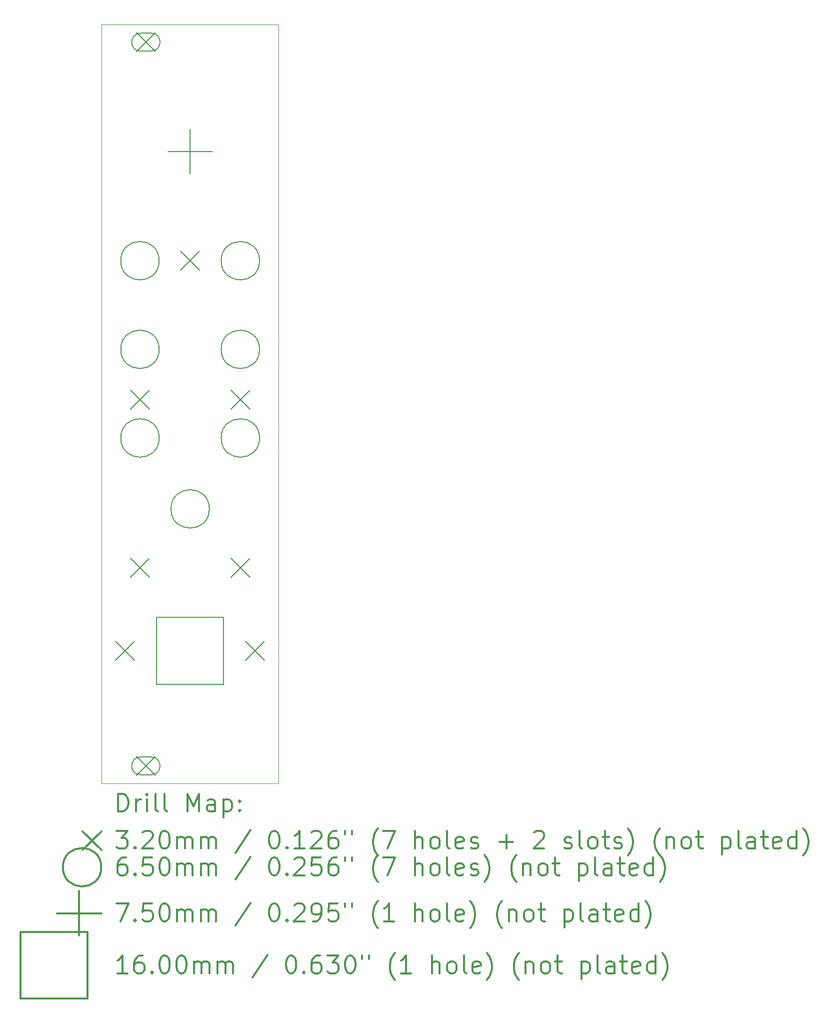
<source format=gbr>
%FSLAX45Y45*%
G04 Gerber Fmt 4.5, Leading zero omitted, Abs format (unit mm)*
G04 Created by KiCad (PCBNEW (5.0.0-rc2)) date Wed Jul  8 18:40:03 2020*
%MOMM*%
%LPD*%
G01*
G04 APERTURE LIST*
%ADD10C,0.100000*%
%ADD11C,0.200000*%
%ADD12C,0.300000*%
G04 APERTURE END LIST*
D10*
X0Y12850000D02*
X0Y0D01*
X3000000Y12850000D02*
X0Y12850000D01*
X3000000Y0D02*
X3000000Y12850000D01*
X0Y0D02*
X3000000Y0D01*
D11*
X1340000Y9010000D02*
X1660000Y8690000D01*
X1660000Y9010000D02*
X1340000Y8690000D01*
X490000Y6660000D02*
X810000Y6340000D01*
X810000Y6660000D02*
X490000Y6340000D01*
X2190000Y3810000D02*
X2510000Y3490000D01*
X2510000Y3810000D02*
X2190000Y3490000D01*
X240000Y2410000D02*
X560000Y2090000D01*
X560000Y2410000D02*
X240000Y2090000D01*
X590000Y12710000D02*
X910000Y12390000D01*
X910000Y12710000D02*
X590000Y12390000D01*
X660000Y12400000D02*
X840000Y12400000D01*
X660000Y12700000D02*
X840000Y12700000D01*
X840000Y12400000D02*
G75*
G03X840000Y12700000I0J150000D01*
G01*
X660000Y12700000D02*
G75*
G03X660000Y12400000I0J-150000D01*
G01*
X590000Y460000D02*
X910000Y140000D01*
X910000Y460000D02*
X590000Y140000D01*
X660000Y150000D02*
X840000Y150000D01*
X660000Y450000D02*
X840000Y450000D01*
X840000Y150000D02*
G75*
G03X840000Y450000I0J150000D01*
G01*
X660000Y450000D02*
G75*
G03X660000Y150000I0J-150000D01*
G01*
X490000Y3810000D02*
X810000Y3490000D01*
X810000Y3810000D02*
X490000Y3490000D01*
X2190000Y6660000D02*
X2510000Y6340000D01*
X2510000Y6660000D02*
X2190000Y6340000D01*
X2440000Y2410000D02*
X2760000Y2090000D01*
X2760000Y2410000D02*
X2440000Y2090000D01*
X975000Y7350000D02*
G75*
G03X975000Y7350000I-325000J0D01*
G01*
X2675000Y5850000D02*
G75*
G03X2675000Y5850000I-325000J0D01*
G01*
X2675000Y8850000D02*
G75*
G03X2675000Y8850000I-325000J0D01*
G01*
X1825000Y4650000D02*
G75*
G03X1825000Y4650000I-325000J0D01*
G01*
X2675000Y7350000D02*
G75*
G03X2675000Y7350000I-325000J0D01*
G01*
X975000Y8850000D02*
G75*
G03X975000Y8850000I-325000J0D01*
G01*
X975000Y5850000D02*
G75*
G03X975000Y5850000I-325000J0D01*
G01*
X1500000Y11075000D02*
X1500000Y10325000D01*
X1125000Y10700000D02*
X1875000Y10700000D01*
X2065691Y1684309D02*
X2065691Y2815691D01*
X934309Y2815691D01*
X934309Y1684309D01*
X2065691Y1684309D01*
D12*
X281428Y-470714D02*
X281428Y-170714D01*
X352857Y-170714D01*
X395714Y-185000D01*
X424286Y-213571D01*
X438571Y-242143D01*
X452857Y-299286D01*
X452857Y-342143D01*
X438571Y-399286D01*
X424286Y-427857D01*
X395714Y-456429D01*
X352857Y-470714D01*
X281428Y-470714D01*
X581428Y-470714D02*
X581428Y-270714D01*
X581428Y-327857D02*
X595714Y-299286D01*
X610000Y-285000D01*
X638571Y-270714D01*
X667143Y-270714D01*
X767143Y-470714D02*
X767143Y-270714D01*
X767143Y-170714D02*
X752857Y-185000D01*
X767143Y-199286D01*
X781428Y-185000D01*
X767143Y-170714D01*
X767143Y-199286D01*
X952857Y-470714D02*
X924286Y-456429D01*
X910000Y-427857D01*
X910000Y-170714D01*
X1110000Y-470714D02*
X1081428Y-456429D01*
X1067143Y-427857D01*
X1067143Y-170714D01*
X1452857Y-470714D02*
X1452857Y-170714D01*
X1552857Y-385000D01*
X1652857Y-170714D01*
X1652857Y-470714D01*
X1924286Y-470714D02*
X1924286Y-313572D01*
X1910000Y-285000D01*
X1881428Y-270714D01*
X1824286Y-270714D01*
X1795714Y-285000D01*
X1924286Y-456429D02*
X1895714Y-470714D01*
X1824286Y-470714D01*
X1795714Y-456429D01*
X1781428Y-427857D01*
X1781428Y-399286D01*
X1795714Y-370714D01*
X1824286Y-356429D01*
X1895714Y-356429D01*
X1924286Y-342143D01*
X2067143Y-270714D02*
X2067143Y-570714D01*
X2067143Y-285000D02*
X2095714Y-270714D01*
X2152857Y-270714D01*
X2181428Y-285000D01*
X2195714Y-299286D01*
X2210000Y-327857D01*
X2210000Y-413571D01*
X2195714Y-442143D01*
X2181428Y-456429D01*
X2152857Y-470714D01*
X2095714Y-470714D01*
X2067143Y-456429D01*
X2338571Y-442143D02*
X2352857Y-456429D01*
X2338571Y-470714D01*
X2324286Y-456429D01*
X2338571Y-442143D01*
X2338571Y-470714D01*
X2338571Y-285000D02*
X2352857Y-299286D01*
X2338571Y-313572D01*
X2324286Y-299286D01*
X2338571Y-285000D01*
X2338571Y-313572D01*
X-325000Y-805000D02*
X-5000Y-1125000D01*
X-5000Y-805000D02*
X-325000Y-1125000D01*
X252857Y-800714D02*
X438571Y-800714D01*
X338571Y-915000D01*
X381428Y-915000D01*
X410000Y-929286D01*
X424286Y-943571D01*
X438571Y-972143D01*
X438571Y-1043571D01*
X424286Y-1072143D01*
X410000Y-1086429D01*
X381428Y-1100714D01*
X295714Y-1100714D01*
X267143Y-1086429D01*
X252857Y-1072143D01*
X567143Y-1072143D02*
X581428Y-1086429D01*
X567143Y-1100714D01*
X552857Y-1086429D01*
X567143Y-1072143D01*
X567143Y-1100714D01*
X695714Y-829286D02*
X710000Y-815000D01*
X738571Y-800714D01*
X810000Y-800714D01*
X838571Y-815000D01*
X852857Y-829286D01*
X867143Y-857857D01*
X867143Y-886429D01*
X852857Y-929286D01*
X681428Y-1100714D01*
X867143Y-1100714D01*
X1052857Y-800714D02*
X1081428Y-800714D01*
X1110000Y-815000D01*
X1124286Y-829286D01*
X1138571Y-857857D01*
X1152857Y-915000D01*
X1152857Y-986429D01*
X1138571Y-1043571D01*
X1124286Y-1072143D01*
X1110000Y-1086429D01*
X1081428Y-1100714D01*
X1052857Y-1100714D01*
X1024286Y-1086429D01*
X1010000Y-1072143D01*
X995714Y-1043571D01*
X981428Y-986429D01*
X981428Y-915000D01*
X995714Y-857857D01*
X1010000Y-829286D01*
X1024286Y-815000D01*
X1052857Y-800714D01*
X1281428Y-1100714D02*
X1281428Y-900714D01*
X1281428Y-929286D02*
X1295714Y-915000D01*
X1324286Y-900714D01*
X1367143Y-900714D01*
X1395714Y-915000D01*
X1410000Y-943571D01*
X1410000Y-1100714D01*
X1410000Y-943571D02*
X1424286Y-915000D01*
X1452857Y-900714D01*
X1495714Y-900714D01*
X1524286Y-915000D01*
X1538571Y-943571D01*
X1538571Y-1100714D01*
X1681428Y-1100714D02*
X1681428Y-900714D01*
X1681428Y-929286D02*
X1695714Y-915000D01*
X1724286Y-900714D01*
X1767143Y-900714D01*
X1795714Y-915000D01*
X1810000Y-943571D01*
X1810000Y-1100714D01*
X1810000Y-943571D02*
X1824286Y-915000D01*
X1852857Y-900714D01*
X1895714Y-900714D01*
X1924286Y-915000D01*
X1938571Y-943571D01*
X1938571Y-1100714D01*
X2524286Y-786429D02*
X2267143Y-1172143D01*
X2910000Y-800714D02*
X2938571Y-800714D01*
X2967143Y-815000D01*
X2981428Y-829286D01*
X2995714Y-857857D01*
X3010000Y-915000D01*
X3010000Y-986429D01*
X2995714Y-1043571D01*
X2981428Y-1072143D01*
X2967143Y-1086429D01*
X2938571Y-1100714D01*
X2910000Y-1100714D01*
X2881428Y-1086429D01*
X2867143Y-1072143D01*
X2852857Y-1043571D01*
X2838571Y-986429D01*
X2838571Y-915000D01*
X2852857Y-857857D01*
X2867143Y-829286D01*
X2881428Y-815000D01*
X2910000Y-800714D01*
X3138571Y-1072143D02*
X3152857Y-1086429D01*
X3138571Y-1100714D01*
X3124286Y-1086429D01*
X3138571Y-1072143D01*
X3138571Y-1100714D01*
X3438571Y-1100714D02*
X3267143Y-1100714D01*
X3352857Y-1100714D02*
X3352857Y-800714D01*
X3324286Y-843571D01*
X3295714Y-872143D01*
X3267143Y-886429D01*
X3552857Y-829286D02*
X3567143Y-815000D01*
X3595714Y-800714D01*
X3667143Y-800714D01*
X3695714Y-815000D01*
X3710000Y-829286D01*
X3724286Y-857857D01*
X3724286Y-886429D01*
X3710000Y-929286D01*
X3538571Y-1100714D01*
X3724286Y-1100714D01*
X3981428Y-800714D02*
X3924286Y-800714D01*
X3895714Y-815000D01*
X3881428Y-829286D01*
X3852857Y-872143D01*
X3838571Y-929286D01*
X3838571Y-1043571D01*
X3852857Y-1072143D01*
X3867143Y-1086429D01*
X3895714Y-1100714D01*
X3952857Y-1100714D01*
X3981428Y-1086429D01*
X3995714Y-1072143D01*
X4010000Y-1043571D01*
X4010000Y-972143D01*
X3995714Y-943571D01*
X3981428Y-929286D01*
X3952857Y-915000D01*
X3895714Y-915000D01*
X3867143Y-929286D01*
X3852857Y-943571D01*
X3838571Y-972143D01*
X4124286Y-800714D02*
X4124286Y-857857D01*
X4238571Y-800714D02*
X4238571Y-857857D01*
X4681428Y-1215000D02*
X4667143Y-1200714D01*
X4638571Y-1157857D01*
X4624286Y-1129286D01*
X4610000Y-1086429D01*
X4595714Y-1015000D01*
X4595714Y-957857D01*
X4610000Y-886429D01*
X4624286Y-843571D01*
X4638571Y-815000D01*
X4667143Y-772143D01*
X4681428Y-757857D01*
X4767143Y-800714D02*
X4967143Y-800714D01*
X4838571Y-1100714D01*
X5310000Y-1100714D02*
X5310000Y-800714D01*
X5438571Y-1100714D02*
X5438571Y-943571D01*
X5424286Y-915000D01*
X5395714Y-900714D01*
X5352857Y-900714D01*
X5324286Y-915000D01*
X5310000Y-929286D01*
X5624286Y-1100714D02*
X5595714Y-1086429D01*
X5581428Y-1072143D01*
X5567143Y-1043571D01*
X5567143Y-957857D01*
X5581428Y-929286D01*
X5595714Y-915000D01*
X5624286Y-900714D01*
X5667143Y-900714D01*
X5695714Y-915000D01*
X5710000Y-929286D01*
X5724286Y-957857D01*
X5724286Y-1043571D01*
X5710000Y-1072143D01*
X5695714Y-1086429D01*
X5667143Y-1100714D01*
X5624286Y-1100714D01*
X5895714Y-1100714D02*
X5867143Y-1086429D01*
X5852857Y-1057857D01*
X5852857Y-800714D01*
X6124286Y-1086429D02*
X6095714Y-1100714D01*
X6038571Y-1100714D01*
X6010000Y-1086429D01*
X5995714Y-1057857D01*
X5995714Y-943571D01*
X6010000Y-915000D01*
X6038571Y-900714D01*
X6095714Y-900714D01*
X6124286Y-915000D01*
X6138571Y-943571D01*
X6138571Y-972143D01*
X5995714Y-1000714D01*
X6252857Y-1086429D02*
X6281428Y-1100714D01*
X6338571Y-1100714D01*
X6367143Y-1086429D01*
X6381428Y-1057857D01*
X6381428Y-1043571D01*
X6367143Y-1015000D01*
X6338571Y-1000714D01*
X6295714Y-1000714D01*
X6267143Y-986429D01*
X6252857Y-957857D01*
X6252857Y-943571D01*
X6267143Y-915000D01*
X6295714Y-900714D01*
X6338571Y-900714D01*
X6367143Y-915000D01*
X6738571Y-986429D02*
X6967143Y-986429D01*
X6852857Y-1100714D02*
X6852857Y-872143D01*
X7324286Y-829286D02*
X7338571Y-815000D01*
X7367143Y-800714D01*
X7438571Y-800714D01*
X7467143Y-815000D01*
X7481428Y-829286D01*
X7495714Y-857857D01*
X7495714Y-886429D01*
X7481428Y-929286D01*
X7310000Y-1100714D01*
X7495714Y-1100714D01*
X7838571Y-1086429D02*
X7867143Y-1100714D01*
X7924286Y-1100714D01*
X7952857Y-1086429D01*
X7967143Y-1057857D01*
X7967143Y-1043571D01*
X7952857Y-1015000D01*
X7924286Y-1000714D01*
X7881428Y-1000714D01*
X7852857Y-986429D01*
X7838571Y-957857D01*
X7838571Y-943571D01*
X7852857Y-915000D01*
X7881428Y-900714D01*
X7924286Y-900714D01*
X7952857Y-915000D01*
X8138571Y-1100714D02*
X8110000Y-1086429D01*
X8095714Y-1057857D01*
X8095714Y-800714D01*
X8295714Y-1100714D02*
X8267143Y-1086429D01*
X8252857Y-1072143D01*
X8238571Y-1043571D01*
X8238571Y-957857D01*
X8252857Y-929286D01*
X8267143Y-915000D01*
X8295714Y-900714D01*
X8338571Y-900714D01*
X8367143Y-915000D01*
X8381428Y-929286D01*
X8395714Y-957857D01*
X8395714Y-1043571D01*
X8381428Y-1072143D01*
X8367143Y-1086429D01*
X8338571Y-1100714D01*
X8295714Y-1100714D01*
X8481428Y-900714D02*
X8595714Y-900714D01*
X8524286Y-800714D02*
X8524286Y-1057857D01*
X8538571Y-1086429D01*
X8567143Y-1100714D01*
X8595714Y-1100714D01*
X8681428Y-1086429D02*
X8710000Y-1100714D01*
X8767143Y-1100714D01*
X8795714Y-1086429D01*
X8810000Y-1057857D01*
X8810000Y-1043571D01*
X8795714Y-1015000D01*
X8767143Y-1000714D01*
X8724286Y-1000714D01*
X8695714Y-986429D01*
X8681428Y-957857D01*
X8681428Y-943571D01*
X8695714Y-915000D01*
X8724286Y-900714D01*
X8767143Y-900714D01*
X8795714Y-915000D01*
X8910000Y-1215000D02*
X8924286Y-1200714D01*
X8952857Y-1157857D01*
X8967143Y-1129286D01*
X8981428Y-1086429D01*
X8995714Y-1015000D01*
X8995714Y-957857D01*
X8981428Y-886429D01*
X8967143Y-843571D01*
X8952857Y-815000D01*
X8924286Y-772143D01*
X8910000Y-757857D01*
X9452857Y-1215000D02*
X9438571Y-1200714D01*
X9410000Y-1157857D01*
X9395714Y-1129286D01*
X9381428Y-1086429D01*
X9367143Y-1015000D01*
X9367143Y-957857D01*
X9381428Y-886429D01*
X9395714Y-843571D01*
X9410000Y-815000D01*
X9438571Y-772143D01*
X9452857Y-757857D01*
X9567143Y-900714D02*
X9567143Y-1100714D01*
X9567143Y-929286D02*
X9581428Y-915000D01*
X9610000Y-900714D01*
X9652857Y-900714D01*
X9681428Y-915000D01*
X9695714Y-943571D01*
X9695714Y-1100714D01*
X9881428Y-1100714D02*
X9852857Y-1086429D01*
X9838571Y-1072143D01*
X9824286Y-1043571D01*
X9824286Y-957857D01*
X9838571Y-929286D01*
X9852857Y-915000D01*
X9881428Y-900714D01*
X9924286Y-900714D01*
X9952857Y-915000D01*
X9967143Y-929286D01*
X9981428Y-957857D01*
X9981428Y-1043571D01*
X9967143Y-1072143D01*
X9952857Y-1086429D01*
X9924286Y-1100714D01*
X9881428Y-1100714D01*
X10067143Y-900714D02*
X10181428Y-900714D01*
X10110000Y-800714D02*
X10110000Y-1057857D01*
X10124286Y-1086429D01*
X10152857Y-1100714D01*
X10181428Y-1100714D01*
X10510000Y-900714D02*
X10510000Y-1200714D01*
X10510000Y-915000D02*
X10538571Y-900714D01*
X10595714Y-900714D01*
X10624286Y-915000D01*
X10638571Y-929286D01*
X10652857Y-957857D01*
X10652857Y-1043571D01*
X10638571Y-1072143D01*
X10624286Y-1086429D01*
X10595714Y-1100714D01*
X10538571Y-1100714D01*
X10510000Y-1086429D01*
X10824286Y-1100714D02*
X10795714Y-1086429D01*
X10781428Y-1057857D01*
X10781428Y-800714D01*
X11067143Y-1100714D02*
X11067143Y-943571D01*
X11052857Y-915000D01*
X11024286Y-900714D01*
X10967143Y-900714D01*
X10938571Y-915000D01*
X11067143Y-1086429D02*
X11038571Y-1100714D01*
X10967143Y-1100714D01*
X10938571Y-1086429D01*
X10924286Y-1057857D01*
X10924286Y-1029286D01*
X10938571Y-1000714D01*
X10967143Y-986429D01*
X11038571Y-986429D01*
X11067143Y-972143D01*
X11167143Y-900714D02*
X11281428Y-900714D01*
X11210000Y-800714D02*
X11210000Y-1057857D01*
X11224286Y-1086429D01*
X11252857Y-1100714D01*
X11281428Y-1100714D01*
X11495714Y-1086429D02*
X11467143Y-1100714D01*
X11410000Y-1100714D01*
X11381428Y-1086429D01*
X11367143Y-1057857D01*
X11367143Y-943571D01*
X11381428Y-915000D01*
X11410000Y-900714D01*
X11467143Y-900714D01*
X11495714Y-915000D01*
X11510000Y-943571D01*
X11510000Y-972143D01*
X11367143Y-1000714D01*
X11767143Y-1100714D02*
X11767143Y-800714D01*
X11767143Y-1086429D02*
X11738571Y-1100714D01*
X11681428Y-1100714D01*
X11652857Y-1086429D01*
X11638571Y-1072143D01*
X11624286Y-1043571D01*
X11624286Y-957857D01*
X11638571Y-929286D01*
X11652857Y-915000D01*
X11681428Y-900714D01*
X11738571Y-900714D01*
X11767143Y-915000D01*
X11881428Y-1215000D02*
X11895714Y-1200714D01*
X11924286Y-1157857D01*
X11938571Y-1129286D01*
X11952857Y-1086429D01*
X11967143Y-1015000D01*
X11967143Y-957857D01*
X11952857Y-886429D01*
X11938571Y-843571D01*
X11924286Y-815000D01*
X11895714Y-772143D01*
X11881428Y-757857D01*
X-5000Y-1415000D02*
G75*
G03X-5000Y-1415000I-325000J0D01*
G01*
X410000Y-1250714D02*
X352857Y-1250714D01*
X324286Y-1265000D01*
X310000Y-1279286D01*
X281428Y-1322143D01*
X267143Y-1379286D01*
X267143Y-1493571D01*
X281428Y-1522143D01*
X295714Y-1536429D01*
X324286Y-1550714D01*
X381428Y-1550714D01*
X410000Y-1536429D01*
X424286Y-1522143D01*
X438571Y-1493571D01*
X438571Y-1422143D01*
X424286Y-1393572D01*
X410000Y-1379286D01*
X381428Y-1365000D01*
X324286Y-1365000D01*
X295714Y-1379286D01*
X281428Y-1393572D01*
X267143Y-1422143D01*
X567143Y-1522143D02*
X581428Y-1536429D01*
X567143Y-1550714D01*
X552857Y-1536429D01*
X567143Y-1522143D01*
X567143Y-1550714D01*
X852857Y-1250714D02*
X710000Y-1250714D01*
X695714Y-1393572D01*
X710000Y-1379286D01*
X738571Y-1365000D01*
X810000Y-1365000D01*
X838571Y-1379286D01*
X852857Y-1393572D01*
X867143Y-1422143D01*
X867143Y-1493571D01*
X852857Y-1522143D01*
X838571Y-1536429D01*
X810000Y-1550714D01*
X738571Y-1550714D01*
X710000Y-1536429D01*
X695714Y-1522143D01*
X1052857Y-1250714D02*
X1081428Y-1250714D01*
X1110000Y-1265000D01*
X1124286Y-1279286D01*
X1138571Y-1307857D01*
X1152857Y-1365000D01*
X1152857Y-1436429D01*
X1138571Y-1493571D01*
X1124286Y-1522143D01*
X1110000Y-1536429D01*
X1081428Y-1550714D01*
X1052857Y-1550714D01*
X1024286Y-1536429D01*
X1010000Y-1522143D01*
X995714Y-1493571D01*
X981428Y-1436429D01*
X981428Y-1365000D01*
X995714Y-1307857D01*
X1010000Y-1279286D01*
X1024286Y-1265000D01*
X1052857Y-1250714D01*
X1281428Y-1550714D02*
X1281428Y-1350714D01*
X1281428Y-1379286D02*
X1295714Y-1365000D01*
X1324286Y-1350714D01*
X1367143Y-1350714D01*
X1395714Y-1365000D01*
X1410000Y-1393572D01*
X1410000Y-1550714D01*
X1410000Y-1393572D02*
X1424286Y-1365000D01*
X1452857Y-1350714D01*
X1495714Y-1350714D01*
X1524286Y-1365000D01*
X1538571Y-1393572D01*
X1538571Y-1550714D01*
X1681428Y-1550714D02*
X1681428Y-1350714D01*
X1681428Y-1379286D02*
X1695714Y-1365000D01*
X1724286Y-1350714D01*
X1767143Y-1350714D01*
X1795714Y-1365000D01*
X1810000Y-1393572D01*
X1810000Y-1550714D01*
X1810000Y-1393572D02*
X1824286Y-1365000D01*
X1852857Y-1350714D01*
X1895714Y-1350714D01*
X1924286Y-1365000D01*
X1938571Y-1393572D01*
X1938571Y-1550714D01*
X2524286Y-1236429D02*
X2267143Y-1622143D01*
X2910000Y-1250714D02*
X2938571Y-1250714D01*
X2967143Y-1265000D01*
X2981428Y-1279286D01*
X2995714Y-1307857D01*
X3010000Y-1365000D01*
X3010000Y-1436429D01*
X2995714Y-1493571D01*
X2981428Y-1522143D01*
X2967143Y-1536429D01*
X2938571Y-1550714D01*
X2910000Y-1550714D01*
X2881428Y-1536429D01*
X2867143Y-1522143D01*
X2852857Y-1493571D01*
X2838571Y-1436429D01*
X2838571Y-1365000D01*
X2852857Y-1307857D01*
X2867143Y-1279286D01*
X2881428Y-1265000D01*
X2910000Y-1250714D01*
X3138571Y-1522143D02*
X3152857Y-1536429D01*
X3138571Y-1550714D01*
X3124286Y-1536429D01*
X3138571Y-1522143D01*
X3138571Y-1550714D01*
X3267143Y-1279286D02*
X3281428Y-1265000D01*
X3310000Y-1250714D01*
X3381428Y-1250714D01*
X3410000Y-1265000D01*
X3424286Y-1279286D01*
X3438571Y-1307857D01*
X3438571Y-1336429D01*
X3424286Y-1379286D01*
X3252857Y-1550714D01*
X3438571Y-1550714D01*
X3710000Y-1250714D02*
X3567143Y-1250714D01*
X3552857Y-1393572D01*
X3567143Y-1379286D01*
X3595714Y-1365000D01*
X3667143Y-1365000D01*
X3695714Y-1379286D01*
X3710000Y-1393572D01*
X3724286Y-1422143D01*
X3724286Y-1493571D01*
X3710000Y-1522143D01*
X3695714Y-1536429D01*
X3667143Y-1550714D01*
X3595714Y-1550714D01*
X3567143Y-1536429D01*
X3552857Y-1522143D01*
X3981428Y-1250714D02*
X3924286Y-1250714D01*
X3895714Y-1265000D01*
X3881428Y-1279286D01*
X3852857Y-1322143D01*
X3838571Y-1379286D01*
X3838571Y-1493571D01*
X3852857Y-1522143D01*
X3867143Y-1536429D01*
X3895714Y-1550714D01*
X3952857Y-1550714D01*
X3981428Y-1536429D01*
X3995714Y-1522143D01*
X4010000Y-1493571D01*
X4010000Y-1422143D01*
X3995714Y-1393572D01*
X3981428Y-1379286D01*
X3952857Y-1365000D01*
X3895714Y-1365000D01*
X3867143Y-1379286D01*
X3852857Y-1393572D01*
X3838571Y-1422143D01*
X4124286Y-1250714D02*
X4124286Y-1307857D01*
X4238571Y-1250714D02*
X4238571Y-1307857D01*
X4681428Y-1665000D02*
X4667143Y-1650714D01*
X4638571Y-1607857D01*
X4624286Y-1579286D01*
X4610000Y-1536429D01*
X4595714Y-1465000D01*
X4595714Y-1407857D01*
X4610000Y-1336429D01*
X4624286Y-1293572D01*
X4638571Y-1265000D01*
X4667143Y-1222143D01*
X4681428Y-1207857D01*
X4767143Y-1250714D02*
X4967143Y-1250714D01*
X4838571Y-1550714D01*
X5310000Y-1550714D02*
X5310000Y-1250714D01*
X5438571Y-1550714D02*
X5438571Y-1393572D01*
X5424286Y-1365000D01*
X5395714Y-1350714D01*
X5352857Y-1350714D01*
X5324286Y-1365000D01*
X5310000Y-1379286D01*
X5624286Y-1550714D02*
X5595714Y-1536429D01*
X5581428Y-1522143D01*
X5567143Y-1493571D01*
X5567143Y-1407857D01*
X5581428Y-1379286D01*
X5595714Y-1365000D01*
X5624286Y-1350714D01*
X5667143Y-1350714D01*
X5695714Y-1365000D01*
X5710000Y-1379286D01*
X5724286Y-1407857D01*
X5724286Y-1493571D01*
X5710000Y-1522143D01*
X5695714Y-1536429D01*
X5667143Y-1550714D01*
X5624286Y-1550714D01*
X5895714Y-1550714D02*
X5867143Y-1536429D01*
X5852857Y-1507857D01*
X5852857Y-1250714D01*
X6124286Y-1536429D02*
X6095714Y-1550714D01*
X6038571Y-1550714D01*
X6010000Y-1536429D01*
X5995714Y-1507857D01*
X5995714Y-1393572D01*
X6010000Y-1365000D01*
X6038571Y-1350714D01*
X6095714Y-1350714D01*
X6124286Y-1365000D01*
X6138571Y-1393572D01*
X6138571Y-1422143D01*
X5995714Y-1450714D01*
X6252857Y-1536429D02*
X6281428Y-1550714D01*
X6338571Y-1550714D01*
X6367143Y-1536429D01*
X6381428Y-1507857D01*
X6381428Y-1493571D01*
X6367143Y-1465000D01*
X6338571Y-1450714D01*
X6295714Y-1450714D01*
X6267143Y-1436429D01*
X6252857Y-1407857D01*
X6252857Y-1393572D01*
X6267143Y-1365000D01*
X6295714Y-1350714D01*
X6338571Y-1350714D01*
X6367143Y-1365000D01*
X6481428Y-1665000D02*
X6495714Y-1650714D01*
X6524286Y-1607857D01*
X6538571Y-1579286D01*
X6552857Y-1536429D01*
X6567143Y-1465000D01*
X6567143Y-1407857D01*
X6552857Y-1336429D01*
X6538571Y-1293572D01*
X6524286Y-1265000D01*
X6495714Y-1222143D01*
X6481428Y-1207857D01*
X7024286Y-1665000D02*
X7010000Y-1650714D01*
X6981428Y-1607857D01*
X6967143Y-1579286D01*
X6952857Y-1536429D01*
X6938571Y-1465000D01*
X6938571Y-1407857D01*
X6952857Y-1336429D01*
X6967143Y-1293572D01*
X6981428Y-1265000D01*
X7010000Y-1222143D01*
X7024286Y-1207857D01*
X7138571Y-1350714D02*
X7138571Y-1550714D01*
X7138571Y-1379286D02*
X7152857Y-1365000D01*
X7181428Y-1350714D01*
X7224286Y-1350714D01*
X7252857Y-1365000D01*
X7267143Y-1393572D01*
X7267143Y-1550714D01*
X7452857Y-1550714D02*
X7424286Y-1536429D01*
X7410000Y-1522143D01*
X7395714Y-1493571D01*
X7395714Y-1407857D01*
X7410000Y-1379286D01*
X7424286Y-1365000D01*
X7452857Y-1350714D01*
X7495714Y-1350714D01*
X7524286Y-1365000D01*
X7538571Y-1379286D01*
X7552857Y-1407857D01*
X7552857Y-1493571D01*
X7538571Y-1522143D01*
X7524286Y-1536429D01*
X7495714Y-1550714D01*
X7452857Y-1550714D01*
X7638571Y-1350714D02*
X7752857Y-1350714D01*
X7681428Y-1250714D02*
X7681428Y-1507857D01*
X7695714Y-1536429D01*
X7724286Y-1550714D01*
X7752857Y-1550714D01*
X8081428Y-1350714D02*
X8081428Y-1650714D01*
X8081428Y-1365000D02*
X8110000Y-1350714D01*
X8167143Y-1350714D01*
X8195714Y-1365000D01*
X8210000Y-1379286D01*
X8224286Y-1407857D01*
X8224286Y-1493571D01*
X8210000Y-1522143D01*
X8195714Y-1536429D01*
X8167143Y-1550714D01*
X8110000Y-1550714D01*
X8081428Y-1536429D01*
X8395714Y-1550714D02*
X8367143Y-1536429D01*
X8352857Y-1507857D01*
X8352857Y-1250714D01*
X8638571Y-1550714D02*
X8638571Y-1393572D01*
X8624286Y-1365000D01*
X8595714Y-1350714D01*
X8538571Y-1350714D01*
X8510000Y-1365000D01*
X8638571Y-1536429D02*
X8610000Y-1550714D01*
X8538571Y-1550714D01*
X8510000Y-1536429D01*
X8495714Y-1507857D01*
X8495714Y-1479286D01*
X8510000Y-1450714D01*
X8538571Y-1436429D01*
X8610000Y-1436429D01*
X8638571Y-1422143D01*
X8738571Y-1350714D02*
X8852857Y-1350714D01*
X8781428Y-1250714D02*
X8781428Y-1507857D01*
X8795714Y-1536429D01*
X8824286Y-1550714D01*
X8852857Y-1550714D01*
X9067143Y-1536429D02*
X9038571Y-1550714D01*
X8981428Y-1550714D01*
X8952857Y-1536429D01*
X8938571Y-1507857D01*
X8938571Y-1393572D01*
X8952857Y-1365000D01*
X8981428Y-1350714D01*
X9038571Y-1350714D01*
X9067143Y-1365000D01*
X9081428Y-1393572D01*
X9081428Y-1422143D01*
X8938571Y-1450714D01*
X9338571Y-1550714D02*
X9338571Y-1250714D01*
X9338571Y-1536429D02*
X9310000Y-1550714D01*
X9252857Y-1550714D01*
X9224286Y-1536429D01*
X9210000Y-1522143D01*
X9195714Y-1493571D01*
X9195714Y-1407857D01*
X9210000Y-1379286D01*
X9224286Y-1365000D01*
X9252857Y-1350714D01*
X9310000Y-1350714D01*
X9338571Y-1365000D01*
X9452857Y-1665000D02*
X9467143Y-1650714D01*
X9495714Y-1607857D01*
X9510000Y-1579286D01*
X9524286Y-1536429D01*
X9538571Y-1465000D01*
X9538571Y-1407857D01*
X9524286Y-1336429D01*
X9510000Y-1293572D01*
X9495714Y-1265000D01*
X9467143Y-1222143D01*
X9452857Y-1207857D01*
X-380000Y-1820000D02*
X-380000Y-2570000D01*
X-755000Y-2195000D02*
X-5000Y-2195000D01*
X252857Y-2030714D02*
X452857Y-2030714D01*
X324286Y-2330714D01*
X567143Y-2302143D02*
X581428Y-2316429D01*
X567143Y-2330714D01*
X552857Y-2316429D01*
X567143Y-2302143D01*
X567143Y-2330714D01*
X852857Y-2030714D02*
X710000Y-2030714D01*
X695714Y-2173572D01*
X710000Y-2159286D01*
X738571Y-2145000D01*
X810000Y-2145000D01*
X838571Y-2159286D01*
X852857Y-2173572D01*
X867143Y-2202143D01*
X867143Y-2273572D01*
X852857Y-2302143D01*
X838571Y-2316429D01*
X810000Y-2330714D01*
X738571Y-2330714D01*
X710000Y-2316429D01*
X695714Y-2302143D01*
X1052857Y-2030714D02*
X1081428Y-2030714D01*
X1110000Y-2045000D01*
X1124286Y-2059286D01*
X1138571Y-2087857D01*
X1152857Y-2145000D01*
X1152857Y-2216429D01*
X1138571Y-2273572D01*
X1124286Y-2302143D01*
X1110000Y-2316429D01*
X1081428Y-2330714D01*
X1052857Y-2330714D01*
X1024286Y-2316429D01*
X1010000Y-2302143D01*
X995714Y-2273572D01*
X981428Y-2216429D01*
X981428Y-2145000D01*
X995714Y-2087857D01*
X1010000Y-2059286D01*
X1024286Y-2045000D01*
X1052857Y-2030714D01*
X1281428Y-2330714D02*
X1281428Y-2130714D01*
X1281428Y-2159286D02*
X1295714Y-2145000D01*
X1324286Y-2130714D01*
X1367143Y-2130714D01*
X1395714Y-2145000D01*
X1410000Y-2173572D01*
X1410000Y-2330714D01*
X1410000Y-2173572D02*
X1424286Y-2145000D01*
X1452857Y-2130714D01*
X1495714Y-2130714D01*
X1524286Y-2145000D01*
X1538571Y-2173572D01*
X1538571Y-2330714D01*
X1681428Y-2330714D02*
X1681428Y-2130714D01*
X1681428Y-2159286D02*
X1695714Y-2145000D01*
X1724286Y-2130714D01*
X1767143Y-2130714D01*
X1795714Y-2145000D01*
X1810000Y-2173572D01*
X1810000Y-2330714D01*
X1810000Y-2173572D02*
X1824286Y-2145000D01*
X1852857Y-2130714D01*
X1895714Y-2130714D01*
X1924286Y-2145000D01*
X1938571Y-2173572D01*
X1938571Y-2330714D01*
X2524286Y-2016429D02*
X2267143Y-2402143D01*
X2910000Y-2030714D02*
X2938571Y-2030714D01*
X2967143Y-2045000D01*
X2981428Y-2059286D01*
X2995714Y-2087857D01*
X3010000Y-2145000D01*
X3010000Y-2216429D01*
X2995714Y-2273572D01*
X2981428Y-2302143D01*
X2967143Y-2316429D01*
X2938571Y-2330714D01*
X2910000Y-2330714D01*
X2881428Y-2316429D01*
X2867143Y-2302143D01*
X2852857Y-2273572D01*
X2838571Y-2216429D01*
X2838571Y-2145000D01*
X2852857Y-2087857D01*
X2867143Y-2059286D01*
X2881428Y-2045000D01*
X2910000Y-2030714D01*
X3138571Y-2302143D02*
X3152857Y-2316429D01*
X3138571Y-2330714D01*
X3124286Y-2316429D01*
X3138571Y-2302143D01*
X3138571Y-2330714D01*
X3267143Y-2059286D02*
X3281428Y-2045000D01*
X3310000Y-2030714D01*
X3381428Y-2030714D01*
X3410000Y-2045000D01*
X3424286Y-2059286D01*
X3438571Y-2087857D01*
X3438571Y-2116429D01*
X3424286Y-2159286D01*
X3252857Y-2330714D01*
X3438571Y-2330714D01*
X3581428Y-2330714D02*
X3638571Y-2330714D01*
X3667143Y-2316429D01*
X3681428Y-2302143D01*
X3710000Y-2259286D01*
X3724286Y-2202143D01*
X3724286Y-2087857D01*
X3710000Y-2059286D01*
X3695714Y-2045000D01*
X3667143Y-2030714D01*
X3610000Y-2030714D01*
X3581428Y-2045000D01*
X3567143Y-2059286D01*
X3552857Y-2087857D01*
X3552857Y-2159286D01*
X3567143Y-2187857D01*
X3581428Y-2202143D01*
X3610000Y-2216429D01*
X3667143Y-2216429D01*
X3695714Y-2202143D01*
X3710000Y-2187857D01*
X3724286Y-2159286D01*
X3995714Y-2030714D02*
X3852857Y-2030714D01*
X3838571Y-2173572D01*
X3852857Y-2159286D01*
X3881428Y-2145000D01*
X3952857Y-2145000D01*
X3981428Y-2159286D01*
X3995714Y-2173572D01*
X4010000Y-2202143D01*
X4010000Y-2273572D01*
X3995714Y-2302143D01*
X3981428Y-2316429D01*
X3952857Y-2330714D01*
X3881428Y-2330714D01*
X3852857Y-2316429D01*
X3838571Y-2302143D01*
X4124286Y-2030714D02*
X4124286Y-2087857D01*
X4238571Y-2030714D02*
X4238571Y-2087857D01*
X4681428Y-2445000D02*
X4667143Y-2430714D01*
X4638571Y-2387857D01*
X4624286Y-2359286D01*
X4610000Y-2316429D01*
X4595714Y-2245000D01*
X4595714Y-2187857D01*
X4610000Y-2116429D01*
X4624286Y-2073571D01*
X4638571Y-2045000D01*
X4667143Y-2002143D01*
X4681428Y-1987857D01*
X4952857Y-2330714D02*
X4781428Y-2330714D01*
X4867143Y-2330714D02*
X4867143Y-2030714D01*
X4838571Y-2073571D01*
X4810000Y-2102143D01*
X4781428Y-2116429D01*
X5310000Y-2330714D02*
X5310000Y-2030714D01*
X5438571Y-2330714D02*
X5438571Y-2173572D01*
X5424286Y-2145000D01*
X5395714Y-2130714D01*
X5352857Y-2130714D01*
X5324286Y-2145000D01*
X5310000Y-2159286D01*
X5624286Y-2330714D02*
X5595714Y-2316429D01*
X5581428Y-2302143D01*
X5567143Y-2273572D01*
X5567143Y-2187857D01*
X5581428Y-2159286D01*
X5595714Y-2145000D01*
X5624286Y-2130714D01*
X5667143Y-2130714D01*
X5695714Y-2145000D01*
X5710000Y-2159286D01*
X5724286Y-2187857D01*
X5724286Y-2273572D01*
X5710000Y-2302143D01*
X5695714Y-2316429D01*
X5667143Y-2330714D01*
X5624286Y-2330714D01*
X5895714Y-2330714D02*
X5867143Y-2316429D01*
X5852857Y-2287857D01*
X5852857Y-2030714D01*
X6124286Y-2316429D02*
X6095714Y-2330714D01*
X6038571Y-2330714D01*
X6010000Y-2316429D01*
X5995714Y-2287857D01*
X5995714Y-2173572D01*
X6010000Y-2145000D01*
X6038571Y-2130714D01*
X6095714Y-2130714D01*
X6124286Y-2145000D01*
X6138571Y-2173572D01*
X6138571Y-2202143D01*
X5995714Y-2230714D01*
X6238571Y-2445000D02*
X6252857Y-2430714D01*
X6281428Y-2387857D01*
X6295714Y-2359286D01*
X6310000Y-2316429D01*
X6324286Y-2245000D01*
X6324286Y-2187857D01*
X6310000Y-2116429D01*
X6295714Y-2073571D01*
X6281428Y-2045000D01*
X6252857Y-2002143D01*
X6238571Y-1987857D01*
X6781428Y-2445000D02*
X6767143Y-2430714D01*
X6738571Y-2387857D01*
X6724286Y-2359286D01*
X6710000Y-2316429D01*
X6695714Y-2245000D01*
X6695714Y-2187857D01*
X6710000Y-2116429D01*
X6724286Y-2073571D01*
X6738571Y-2045000D01*
X6767143Y-2002143D01*
X6781428Y-1987857D01*
X6895714Y-2130714D02*
X6895714Y-2330714D01*
X6895714Y-2159286D02*
X6910000Y-2145000D01*
X6938571Y-2130714D01*
X6981428Y-2130714D01*
X7010000Y-2145000D01*
X7024286Y-2173572D01*
X7024286Y-2330714D01*
X7210000Y-2330714D02*
X7181428Y-2316429D01*
X7167143Y-2302143D01*
X7152857Y-2273572D01*
X7152857Y-2187857D01*
X7167143Y-2159286D01*
X7181428Y-2145000D01*
X7210000Y-2130714D01*
X7252857Y-2130714D01*
X7281428Y-2145000D01*
X7295714Y-2159286D01*
X7310000Y-2187857D01*
X7310000Y-2273572D01*
X7295714Y-2302143D01*
X7281428Y-2316429D01*
X7252857Y-2330714D01*
X7210000Y-2330714D01*
X7395714Y-2130714D02*
X7510000Y-2130714D01*
X7438571Y-2030714D02*
X7438571Y-2287857D01*
X7452857Y-2316429D01*
X7481428Y-2330714D01*
X7510000Y-2330714D01*
X7838571Y-2130714D02*
X7838571Y-2430714D01*
X7838571Y-2145000D02*
X7867143Y-2130714D01*
X7924286Y-2130714D01*
X7952857Y-2145000D01*
X7967143Y-2159286D01*
X7981428Y-2187857D01*
X7981428Y-2273572D01*
X7967143Y-2302143D01*
X7952857Y-2316429D01*
X7924286Y-2330714D01*
X7867143Y-2330714D01*
X7838571Y-2316429D01*
X8152857Y-2330714D02*
X8124286Y-2316429D01*
X8110000Y-2287857D01*
X8110000Y-2030714D01*
X8395714Y-2330714D02*
X8395714Y-2173572D01*
X8381428Y-2145000D01*
X8352857Y-2130714D01*
X8295714Y-2130714D01*
X8267143Y-2145000D01*
X8395714Y-2316429D02*
X8367143Y-2330714D01*
X8295714Y-2330714D01*
X8267143Y-2316429D01*
X8252857Y-2287857D01*
X8252857Y-2259286D01*
X8267143Y-2230714D01*
X8295714Y-2216429D01*
X8367143Y-2216429D01*
X8395714Y-2202143D01*
X8495714Y-2130714D02*
X8610000Y-2130714D01*
X8538571Y-2030714D02*
X8538571Y-2287857D01*
X8552857Y-2316429D01*
X8581428Y-2330714D01*
X8610000Y-2330714D01*
X8824286Y-2316429D02*
X8795714Y-2330714D01*
X8738571Y-2330714D01*
X8710000Y-2316429D01*
X8695714Y-2287857D01*
X8695714Y-2173572D01*
X8710000Y-2145000D01*
X8738571Y-2130714D01*
X8795714Y-2130714D01*
X8824286Y-2145000D01*
X8838571Y-2173572D01*
X8838571Y-2202143D01*
X8695714Y-2230714D01*
X9095714Y-2330714D02*
X9095714Y-2030714D01*
X9095714Y-2316429D02*
X9067143Y-2330714D01*
X9010000Y-2330714D01*
X8981428Y-2316429D01*
X8967143Y-2302143D01*
X8952857Y-2273572D01*
X8952857Y-2187857D01*
X8967143Y-2159286D01*
X8981428Y-2145000D01*
X9010000Y-2130714D01*
X9067143Y-2130714D01*
X9095714Y-2145000D01*
X9210000Y-2445000D02*
X9224286Y-2430714D01*
X9252857Y-2387857D01*
X9267143Y-2359286D01*
X9281428Y-2316429D01*
X9295714Y-2245000D01*
X9295714Y-2187857D01*
X9281428Y-2116429D01*
X9267143Y-2073571D01*
X9252857Y-2045000D01*
X9224286Y-2002143D01*
X9210000Y-1987857D01*
X-239309Y-3640691D02*
X-239309Y-2509309D01*
X-1370691Y-2509309D01*
X-1370691Y-3640691D01*
X-239309Y-3640691D01*
X438571Y-3210714D02*
X267143Y-3210714D01*
X352857Y-3210714D02*
X352857Y-2910714D01*
X324286Y-2953571D01*
X295714Y-2982143D01*
X267143Y-2996429D01*
X695714Y-2910714D02*
X638571Y-2910714D01*
X610000Y-2925000D01*
X595714Y-2939286D01*
X567143Y-2982143D01*
X552857Y-3039286D01*
X552857Y-3153571D01*
X567143Y-3182143D01*
X581428Y-3196429D01*
X610000Y-3210714D01*
X667143Y-3210714D01*
X695714Y-3196429D01*
X710000Y-3182143D01*
X724286Y-3153571D01*
X724286Y-3082143D01*
X710000Y-3053571D01*
X695714Y-3039286D01*
X667143Y-3025000D01*
X610000Y-3025000D01*
X581428Y-3039286D01*
X567143Y-3053571D01*
X552857Y-3082143D01*
X852857Y-3182143D02*
X867143Y-3196429D01*
X852857Y-3210714D01*
X838571Y-3196429D01*
X852857Y-3182143D01*
X852857Y-3210714D01*
X1052857Y-2910714D02*
X1081428Y-2910714D01*
X1110000Y-2925000D01*
X1124286Y-2939286D01*
X1138571Y-2967857D01*
X1152857Y-3025000D01*
X1152857Y-3096429D01*
X1138571Y-3153571D01*
X1124286Y-3182143D01*
X1110000Y-3196429D01*
X1081428Y-3210714D01*
X1052857Y-3210714D01*
X1024286Y-3196429D01*
X1010000Y-3182143D01*
X995714Y-3153571D01*
X981428Y-3096429D01*
X981428Y-3025000D01*
X995714Y-2967857D01*
X1010000Y-2939286D01*
X1024286Y-2925000D01*
X1052857Y-2910714D01*
X1338571Y-2910714D02*
X1367143Y-2910714D01*
X1395714Y-2925000D01*
X1410000Y-2939286D01*
X1424286Y-2967857D01*
X1438571Y-3025000D01*
X1438571Y-3096429D01*
X1424286Y-3153571D01*
X1410000Y-3182143D01*
X1395714Y-3196429D01*
X1367143Y-3210714D01*
X1338571Y-3210714D01*
X1310000Y-3196429D01*
X1295714Y-3182143D01*
X1281428Y-3153571D01*
X1267143Y-3096429D01*
X1267143Y-3025000D01*
X1281428Y-2967857D01*
X1295714Y-2939286D01*
X1310000Y-2925000D01*
X1338571Y-2910714D01*
X1567143Y-3210714D02*
X1567143Y-3010714D01*
X1567143Y-3039286D02*
X1581428Y-3025000D01*
X1610000Y-3010714D01*
X1652857Y-3010714D01*
X1681428Y-3025000D01*
X1695714Y-3053571D01*
X1695714Y-3210714D01*
X1695714Y-3053571D02*
X1710000Y-3025000D01*
X1738571Y-3010714D01*
X1781428Y-3010714D01*
X1810000Y-3025000D01*
X1824286Y-3053571D01*
X1824286Y-3210714D01*
X1967143Y-3210714D02*
X1967143Y-3010714D01*
X1967143Y-3039286D02*
X1981428Y-3025000D01*
X2010000Y-3010714D01*
X2052857Y-3010714D01*
X2081428Y-3025000D01*
X2095714Y-3053571D01*
X2095714Y-3210714D01*
X2095714Y-3053571D02*
X2110000Y-3025000D01*
X2138571Y-3010714D01*
X2181428Y-3010714D01*
X2210000Y-3025000D01*
X2224286Y-3053571D01*
X2224286Y-3210714D01*
X2810000Y-2896429D02*
X2552857Y-3282143D01*
X3195714Y-2910714D02*
X3224286Y-2910714D01*
X3252857Y-2925000D01*
X3267143Y-2939286D01*
X3281428Y-2967857D01*
X3295714Y-3025000D01*
X3295714Y-3096429D01*
X3281428Y-3153571D01*
X3267143Y-3182143D01*
X3252857Y-3196429D01*
X3224286Y-3210714D01*
X3195714Y-3210714D01*
X3167143Y-3196429D01*
X3152857Y-3182143D01*
X3138571Y-3153571D01*
X3124286Y-3096429D01*
X3124286Y-3025000D01*
X3138571Y-2967857D01*
X3152857Y-2939286D01*
X3167143Y-2925000D01*
X3195714Y-2910714D01*
X3424286Y-3182143D02*
X3438571Y-3196429D01*
X3424286Y-3210714D01*
X3410000Y-3196429D01*
X3424286Y-3182143D01*
X3424286Y-3210714D01*
X3695714Y-2910714D02*
X3638571Y-2910714D01*
X3610000Y-2925000D01*
X3595714Y-2939286D01*
X3567143Y-2982143D01*
X3552857Y-3039286D01*
X3552857Y-3153571D01*
X3567143Y-3182143D01*
X3581428Y-3196429D01*
X3610000Y-3210714D01*
X3667143Y-3210714D01*
X3695714Y-3196429D01*
X3710000Y-3182143D01*
X3724286Y-3153571D01*
X3724286Y-3082143D01*
X3710000Y-3053571D01*
X3695714Y-3039286D01*
X3667143Y-3025000D01*
X3610000Y-3025000D01*
X3581428Y-3039286D01*
X3567143Y-3053571D01*
X3552857Y-3082143D01*
X3824286Y-2910714D02*
X4010000Y-2910714D01*
X3910000Y-3025000D01*
X3952857Y-3025000D01*
X3981428Y-3039286D01*
X3995714Y-3053571D01*
X4010000Y-3082143D01*
X4010000Y-3153571D01*
X3995714Y-3182143D01*
X3981428Y-3196429D01*
X3952857Y-3210714D01*
X3867143Y-3210714D01*
X3838571Y-3196429D01*
X3824286Y-3182143D01*
X4195714Y-2910714D02*
X4224286Y-2910714D01*
X4252857Y-2925000D01*
X4267143Y-2939286D01*
X4281428Y-2967857D01*
X4295714Y-3025000D01*
X4295714Y-3096429D01*
X4281428Y-3153571D01*
X4267143Y-3182143D01*
X4252857Y-3196429D01*
X4224286Y-3210714D01*
X4195714Y-3210714D01*
X4167143Y-3196429D01*
X4152857Y-3182143D01*
X4138571Y-3153571D01*
X4124286Y-3096429D01*
X4124286Y-3025000D01*
X4138571Y-2967857D01*
X4152857Y-2939286D01*
X4167143Y-2925000D01*
X4195714Y-2910714D01*
X4410000Y-2910714D02*
X4410000Y-2967857D01*
X4524286Y-2910714D02*
X4524286Y-2967857D01*
X4967143Y-3325000D02*
X4952857Y-3310714D01*
X4924286Y-3267857D01*
X4910000Y-3239286D01*
X4895714Y-3196429D01*
X4881428Y-3125000D01*
X4881428Y-3067857D01*
X4895714Y-2996429D01*
X4910000Y-2953571D01*
X4924286Y-2925000D01*
X4952857Y-2882143D01*
X4967143Y-2867857D01*
X5238571Y-3210714D02*
X5067143Y-3210714D01*
X5152857Y-3210714D02*
X5152857Y-2910714D01*
X5124286Y-2953571D01*
X5095714Y-2982143D01*
X5067143Y-2996429D01*
X5595714Y-3210714D02*
X5595714Y-2910714D01*
X5724286Y-3210714D02*
X5724286Y-3053571D01*
X5710000Y-3025000D01*
X5681428Y-3010714D01*
X5638571Y-3010714D01*
X5610000Y-3025000D01*
X5595714Y-3039286D01*
X5910000Y-3210714D02*
X5881428Y-3196429D01*
X5867143Y-3182143D01*
X5852857Y-3153571D01*
X5852857Y-3067857D01*
X5867143Y-3039286D01*
X5881428Y-3025000D01*
X5910000Y-3010714D01*
X5952857Y-3010714D01*
X5981428Y-3025000D01*
X5995714Y-3039286D01*
X6010000Y-3067857D01*
X6010000Y-3153571D01*
X5995714Y-3182143D01*
X5981428Y-3196429D01*
X5952857Y-3210714D01*
X5910000Y-3210714D01*
X6181428Y-3210714D02*
X6152857Y-3196429D01*
X6138571Y-3167857D01*
X6138571Y-2910714D01*
X6410000Y-3196429D02*
X6381428Y-3210714D01*
X6324286Y-3210714D01*
X6295714Y-3196429D01*
X6281428Y-3167857D01*
X6281428Y-3053571D01*
X6295714Y-3025000D01*
X6324286Y-3010714D01*
X6381428Y-3010714D01*
X6410000Y-3025000D01*
X6424286Y-3053571D01*
X6424286Y-3082143D01*
X6281428Y-3110714D01*
X6524286Y-3325000D02*
X6538571Y-3310714D01*
X6567143Y-3267857D01*
X6581428Y-3239286D01*
X6595714Y-3196429D01*
X6610000Y-3125000D01*
X6610000Y-3067857D01*
X6595714Y-2996429D01*
X6581428Y-2953571D01*
X6567143Y-2925000D01*
X6538571Y-2882143D01*
X6524286Y-2867857D01*
X7067143Y-3325000D02*
X7052857Y-3310714D01*
X7024286Y-3267857D01*
X7010000Y-3239286D01*
X6995714Y-3196429D01*
X6981428Y-3125000D01*
X6981428Y-3067857D01*
X6995714Y-2996429D01*
X7010000Y-2953571D01*
X7024286Y-2925000D01*
X7052857Y-2882143D01*
X7067143Y-2867857D01*
X7181428Y-3010714D02*
X7181428Y-3210714D01*
X7181428Y-3039286D02*
X7195714Y-3025000D01*
X7224286Y-3010714D01*
X7267143Y-3010714D01*
X7295714Y-3025000D01*
X7310000Y-3053571D01*
X7310000Y-3210714D01*
X7495714Y-3210714D02*
X7467143Y-3196429D01*
X7452857Y-3182143D01*
X7438571Y-3153571D01*
X7438571Y-3067857D01*
X7452857Y-3039286D01*
X7467143Y-3025000D01*
X7495714Y-3010714D01*
X7538571Y-3010714D01*
X7567143Y-3025000D01*
X7581428Y-3039286D01*
X7595714Y-3067857D01*
X7595714Y-3153571D01*
X7581428Y-3182143D01*
X7567143Y-3196429D01*
X7538571Y-3210714D01*
X7495714Y-3210714D01*
X7681428Y-3010714D02*
X7795714Y-3010714D01*
X7724286Y-2910714D02*
X7724286Y-3167857D01*
X7738571Y-3196429D01*
X7767143Y-3210714D01*
X7795714Y-3210714D01*
X8124286Y-3010714D02*
X8124286Y-3310714D01*
X8124286Y-3025000D02*
X8152857Y-3010714D01*
X8210000Y-3010714D01*
X8238571Y-3025000D01*
X8252857Y-3039286D01*
X8267143Y-3067857D01*
X8267143Y-3153571D01*
X8252857Y-3182143D01*
X8238571Y-3196429D01*
X8210000Y-3210714D01*
X8152857Y-3210714D01*
X8124286Y-3196429D01*
X8438571Y-3210714D02*
X8410000Y-3196429D01*
X8395714Y-3167857D01*
X8395714Y-2910714D01*
X8681428Y-3210714D02*
X8681428Y-3053571D01*
X8667143Y-3025000D01*
X8638571Y-3010714D01*
X8581428Y-3010714D01*
X8552857Y-3025000D01*
X8681428Y-3196429D02*
X8652857Y-3210714D01*
X8581428Y-3210714D01*
X8552857Y-3196429D01*
X8538571Y-3167857D01*
X8538571Y-3139286D01*
X8552857Y-3110714D01*
X8581428Y-3096429D01*
X8652857Y-3096429D01*
X8681428Y-3082143D01*
X8781428Y-3010714D02*
X8895714Y-3010714D01*
X8824286Y-2910714D02*
X8824286Y-3167857D01*
X8838571Y-3196429D01*
X8867143Y-3210714D01*
X8895714Y-3210714D01*
X9110000Y-3196429D02*
X9081428Y-3210714D01*
X9024286Y-3210714D01*
X8995714Y-3196429D01*
X8981428Y-3167857D01*
X8981428Y-3053571D01*
X8995714Y-3025000D01*
X9024286Y-3010714D01*
X9081428Y-3010714D01*
X9110000Y-3025000D01*
X9124286Y-3053571D01*
X9124286Y-3082143D01*
X8981428Y-3110714D01*
X9381428Y-3210714D02*
X9381428Y-2910714D01*
X9381428Y-3196429D02*
X9352857Y-3210714D01*
X9295714Y-3210714D01*
X9267143Y-3196429D01*
X9252857Y-3182143D01*
X9238571Y-3153571D01*
X9238571Y-3067857D01*
X9252857Y-3039286D01*
X9267143Y-3025000D01*
X9295714Y-3010714D01*
X9352857Y-3010714D01*
X9381428Y-3025000D01*
X9495714Y-3325000D02*
X9510000Y-3310714D01*
X9538571Y-3267857D01*
X9552857Y-3239286D01*
X9567143Y-3196429D01*
X9581428Y-3125000D01*
X9581428Y-3067857D01*
X9567143Y-2996429D01*
X9552857Y-2953571D01*
X9538571Y-2925000D01*
X9510000Y-2882143D01*
X9495714Y-2867857D01*
M02*

</source>
